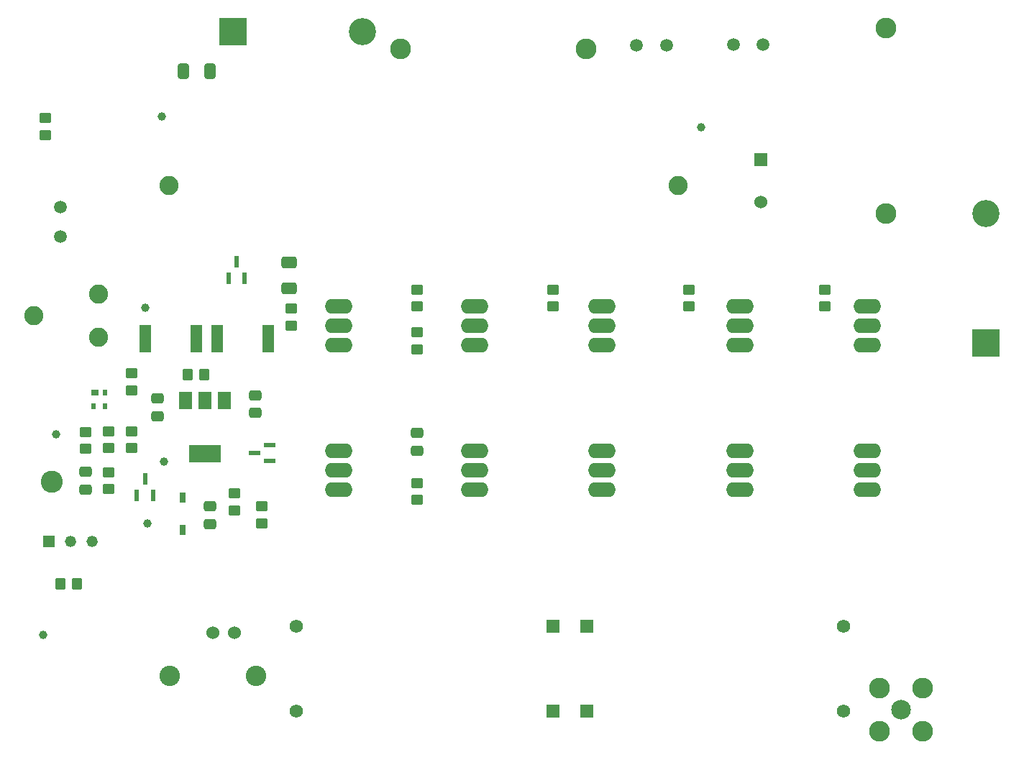
<source format=gts>
G04 #@! TF.GenerationSoftware,KiCad,Pcbnew,7.0.7*
G04 #@! TF.CreationDate,2024-06-17T16:02:08-04:00*
G04 #@! TF.ProjectId,HVHF_IIB,48564846-5f49-4494-922e-6b696361645f,rev?*
G04 #@! TF.SameCoordinates,Original*
G04 #@! TF.FileFunction,Soldermask,Top*
G04 #@! TF.FilePolarity,Negative*
%FSLAX46Y46*%
G04 Gerber Fmt 4.6, Leading zero omitted, Abs format (unit mm)*
G04 Created by KiCad (PCBNEW 7.0.7) date 2024-06-17 16:02:08*
%MOMM*%
%LPD*%
G01*
G04 APERTURE LIST*
G04 Aperture macros list*
%AMRoundRect*
0 Rectangle with rounded corners*
0 $1 Rounding radius*
0 $2 $3 $4 $5 $6 $7 $8 $9 X,Y pos of 4 corners*
0 Add a 4 corners polygon primitive as box body*
4,1,4,$2,$3,$4,$5,$6,$7,$8,$9,$2,$3,0*
0 Add four circle primitives for the rounded corners*
1,1,$1+$1,$2,$3*
1,1,$1+$1,$4,$5*
1,1,$1+$1,$6,$7*
1,1,$1+$1,$8,$9*
0 Add four rect primitives between the rounded corners*
20,1,$1+$1,$2,$3,$4,$5,0*
20,1,$1+$1,$4,$5,$6,$7,0*
20,1,$1+$1,$6,$7,$8,$9,0*
20,1,$1+$1,$8,$9,$2,$3,0*%
G04 Aperture macros list end*
%ADD10RoundRect,0.250000X-0.475000X0.337500X-0.475000X-0.337500X0.475000X-0.337500X0.475000X0.337500X0*%
%ADD11RoundRect,0.250000X-0.350000X-0.450000X0.350000X-0.450000X0.350000X0.450000X-0.350000X0.450000X0*%
%ADD12C,2.454000*%
%ADD13O,3.252000X1.728000*%
%ADD14R,3.200000X3.200000*%
%ADD15O,3.200000X3.200000*%
%ADD16C,1.498600*%
%ADD17C,2.304000*%
%ADD18R,1.574800X1.574800*%
%ADD19C,1.574800*%
%ADD20R,0.762000X1.168400*%
%ADD21RoundRect,0.250000X0.475000X-0.337500X0.475000X0.337500X-0.475000X0.337500X-0.475000X-0.337500X0*%
%ADD22C,1.000000*%
%ADD23RoundRect,0.250000X-0.450000X0.350000X-0.450000X-0.350000X0.450000X-0.350000X0.450000X0.350000X0*%
%ADD24RoundRect,0.250000X0.450000X-0.350000X0.450000X0.350000X-0.450000X0.350000X-0.450000X-0.350000X0*%
%ADD25R,0.558800X1.422400*%
%ADD26R,1.320800X0.558800*%
%ADD27RoundRect,0.250000X0.650000X-0.412500X0.650000X0.412500X-0.650000X0.412500X-0.650000X-0.412500X0*%
%ADD28C,2.250000*%
%ADD29R,1.408798X3.250794*%
%ADD30RoundRect,0.250000X0.350000X0.450000X-0.350000X0.450000X-0.350000X-0.450000X0.350000X-0.450000X0*%
%ADD31C,2.600000*%
%ADD32R,1.524000X1.524000*%
%ADD33C,1.524000*%
%ADD34C,1.320800*%
%ADD35R,1.320800X1.320800*%
%ADD36RoundRect,0.250000X0.412500X0.650000X-0.412500X0.650000X-0.412500X-0.650000X0.412500X-0.650000X0*%
%ADD37R,1.500000X2.000000*%
%ADD38R,3.800000X2.000000*%
%ADD39R,0.600000X0.800000*%
%ADD40R,0.900000X0.800000*%
%ADD41C,2.413000*%
G04 APERTURE END LIST*
D10*
X104500000Y-102178391D03*
X104500000Y-104253391D03*
D11*
X93000000Y-124000000D03*
X95000000Y-124000000D03*
D12*
X133080000Y-61000000D03*
X154920000Y-61000000D03*
D13*
X188020000Y-95899000D03*
X188020000Y-93613000D03*
X188020000Y-91327000D03*
D14*
X202000000Y-95620000D03*
D15*
X202000000Y-80380000D03*
D16*
X164391600Y-60620600D03*
X160891599Y-60620600D03*
D17*
X192000000Y-138840000D03*
D12*
X189450000Y-136290000D03*
X189450000Y-141390000D03*
X194550000Y-136290000D03*
X194550000Y-141390000D03*
D13*
X125770000Y-112899000D03*
X125770000Y-110613000D03*
X125770000Y-108327000D03*
X173020000Y-95899000D03*
X173020000Y-93613000D03*
X173020000Y-91327000D03*
X156770000Y-95899000D03*
X156770000Y-93613000D03*
X156770000Y-91327000D03*
D18*
X151000000Y-129000000D03*
D19*
X120774000Y-129000000D03*
D13*
X188020000Y-112899000D03*
X188020000Y-110613000D03*
X188020000Y-108327000D03*
D20*
X107420000Y-117618000D03*
X107420000Y-113808000D03*
D13*
X141770000Y-95899000D03*
X141770000Y-93613000D03*
X141770000Y-91327000D03*
D21*
X110670000Y-116938000D03*
X110670000Y-114863000D03*
D22*
X105000000Y-69000000D03*
D23*
X135000000Y-112113000D03*
X135000000Y-114113000D03*
D24*
X98750000Y-112863000D03*
X98750000Y-110863000D03*
D25*
X112845000Y-88000000D03*
X114750000Y-88000000D03*
X113797500Y-86069600D03*
D12*
X190250000Y-80420000D03*
X190250000Y-58580000D03*
D10*
X96000000Y-110825500D03*
X96000000Y-112900500D03*
D23*
X120250000Y-91613000D03*
X120250000Y-93613000D03*
D16*
X93000000Y-79650000D03*
X93000000Y-83150001D03*
D23*
X91250000Y-69150001D03*
X91250000Y-71150001D03*
D13*
X141770000Y-112899000D03*
X141770000Y-110613000D03*
X141770000Y-108327000D03*
D26*
X117695200Y-109565500D03*
X117695200Y-107660500D03*
X115902750Y-108613000D03*
D23*
X151000000Y-89363000D03*
X151000000Y-91363000D03*
D22*
X91000000Y-130000000D03*
D27*
X120000000Y-89250000D03*
X120000000Y-86125000D03*
D23*
X135000000Y-94363000D03*
X135000000Y-96363000D03*
D28*
X97540000Y-95000000D03*
X97540000Y-89920000D03*
X89920000Y-92460000D03*
D23*
X96000000Y-106113000D03*
X96000000Y-108113000D03*
D22*
X103250000Y-116863000D03*
D29*
X117504393Y-95113000D03*
X111495607Y-95113000D03*
D13*
X156770000Y-112899000D03*
X156770000Y-110613000D03*
X156770000Y-108327000D03*
D18*
X155000000Y-129000000D03*
D19*
X185226000Y-129000000D03*
D25*
X102047500Y-113578200D03*
X103952500Y-113578200D03*
X103000000Y-111647800D03*
D24*
X101400000Y-108032891D03*
X101400000Y-106032891D03*
D28*
X165800000Y-77113000D03*
X105800000Y-77113000D03*
D23*
X135000000Y-89363000D03*
X135000000Y-91363000D03*
X167000000Y-89363000D03*
X167000000Y-91363000D03*
D30*
X110000000Y-99363000D03*
X108000000Y-99363000D03*
D18*
X151000000Y-139000000D03*
D19*
X120774000Y-139000000D03*
D23*
X183000000Y-89363000D03*
X183000000Y-91363000D03*
D22*
X168500000Y-70250000D03*
D21*
X116000000Y-103863000D03*
X116000000Y-101788000D03*
D23*
X113500000Y-113363000D03*
X113500000Y-115363000D03*
D22*
X92500000Y-106363000D03*
D24*
X116750000Y-116863000D03*
X116750000Y-114863000D03*
D21*
X135000000Y-108313000D03*
X135000000Y-106238000D03*
D31*
X92000000Y-112000000D03*
D32*
X175500000Y-74027850D03*
D33*
X175500000Y-79031650D03*
D34*
X96780000Y-119000000D03*
X94240000Y-119000000D03*
D35*
X91700000Y-119000000D03*
D22*
X105250000Y-109613000D03*
D29*
X109004393Y-95113000D03*
X102995607Y-95113000D03*
D36*
X110625000Y-63613000D03*
X107500000Y-63613000D03*
D13*
X173020000Y-112899000D03*
X173020000Y-110613000D03*
X173020000Y-108327000D03*
D37*
X112360000Y-102415891D03*
X110060000Y-102415891D03*
X107760000Y-102415891D03*
D38*
X110060000Y-108715891D03*
D24*
X101450000Y-101213000D03*
X101450000Y-99213000D03*
D14*
X113380000Y-59000000D03*
D15*
X128620000Y-59000000D03*
D39*
X98250000Y-101513000D03*
D40*
X97100000Y-101513000D03*
D39*
X96950000Y-103113000D03*
X98250000Y-103113000D03*
D16*
X175750001Y-60500000D03*
X172250000Y-60500000D03*
D33*
X111000000Y-129750000D03*
D41*
X116080000Y-134830109D03*
D33*
X113540000Y-129750000D03*
D41*
X105920000Y-134830109D03*
D23*
X98750000Y-106032891D03*
X98750000Y-108032891D03*
D22*
X103000000Y-91500000D03*
D18*
X155000000Y-139000000D03*
D19*
X185226000Y-139000000D03*
D13*
X125770000Y-95899000D03*
X125770000Y-93613000D03*
X125770000Y-91327000D03*
M02*

</source>
